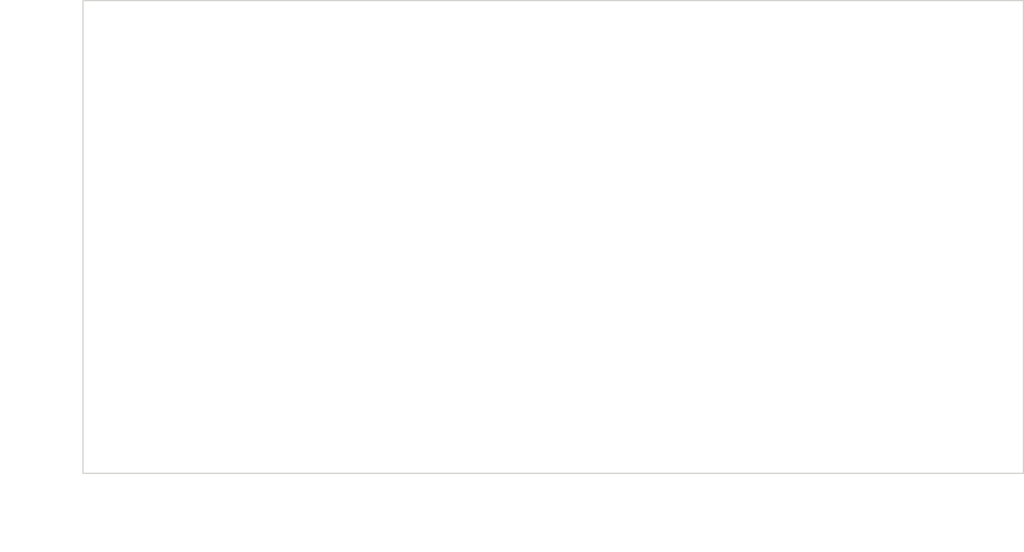
<source format=kicad_pcb>
(kicad_pcb (version 20171130) (host pcbnew "(5.1.0)-1")

  (general
    (thickness 1.6)
    (drawings 16)
    (tracks 0)
    (zones 0)
    (modules 0)
    (nets 1)
  )

  (page A4)
  (layers
    (0 F.Cu signal)
    (31 B.Cu signal)
    (32 B.Adhes user)
    (33 F.Adhes user)
    (34 B.Paste user)
    (35 F.Paste user)
    (36 B.SilkS user)
    (37 F.SilkS user)
    (38 B.Mask user)
    (39 F.Mask user)
    (40 Dwgs.User user)
    (41 Cmts.User user)
    (42 Eco1.User user)
    (43 Eco2.User user)
    (44 Edge.Cuts user)
    (45 Margin user)
    (46 B.CrtYd user)
    (47 F.CrtYd user)
    (48 B.Fab user)
    (49 F.Fab user)
  )

  (setup
    (last_trace_width 0.25)
    (trace_clearance 0.2)
    (zone_clearance 0.508)
    (zone_45_only no)
    (trace_min 0.2)
    (via_size 0.8)
    (via_drill 0.4)
    (via_min_size 0.4)
    (via_min_drill 0.3)
    (uvia_size 0.3)
    (uvia_drill 0.1)
    (uvias_allowed no)
    (uvia_min_size 0.2)
    (uvia_min_drill 0.1)
    (edge_width 0.05)
    (segment_width 0.2)
    (pcb_text_width 0.3)
    (pcb_text_size 1.5 1.5)
    (mod_edge_width 0.12)
    (mod_text_size 1 1)
    (mod_text_width 0.15)
    (pad_size 1.524 1.524)
    (pad_drill 0.762)
    (pad_to_mask_clearance 0.051)
    (solder_mask_min_width 0.25)
    (aux_axis_origin 0 0)
    (visible_elements FFFFFF7F)
    (pcbplotparams
      (layerselection 0x010fc_ffffffff)
      (usegerberextensions false)
      (usegerberattributes false)
      (usegerberadvancedattributes false)
      (creategerberjobfile false)
      (excludeedgelayer true)
      (linewidth 0.152400)
      (plotframeref false)
      (viasonmask false)
      (mode 1)
      (useauxorigin false)
      (hpglpennumber 1)
      (hpglpenspeed 20)
      (hpglpendiameter 15.000000)
      (psnegative false)
      (psa4output false)
      (plotreference true)
      (plotvalue true)
      (plotinvisibletext false)
      (padsonsilk false)
      (subtractmaskfromsilk false)
      (outputformat 1)
      (mirror false)
      (drillshape 1)
      (scaleselection 1)
      (outputdirectory ""))
  )

  (net 0 "")

  (net_class Default "This is the default net class."
    (clearance 0.2)
    (trace_width 0.25)
    (via_dia 0.8)
    (via_drill 0.4)
    (uvia_dia 0.3)
    (uvia_drill 0.1)
  )

  (gr_line (start 62.936091 63.18635) (end 62.936091 143.18635) (layer Edge.Cuts) (width 0.2))
  (gr_line (start 62.936091 143.18635) (end 221.936091 143.18635) (layer Edge.Cuts) (width 0.2))
  (gr_line (start 221.936091 143.18635) (end 221.936091 63.18635) (layer Edge.Cuts) (width 0.2))
  (gr_line (start 221.936091 63.18635) (end 62.936091 63.18635) (layer Edge.Cuts) (width 0.2))
  (gr_text [3.15] (at 52.936091 92.575812) (layer Dwgs.User)
    (effects (font (size 1.7 1.53) (thickness 0.2125)))
  )
  (gr_text " 80.00" (at 52.936091 89.018376) (layer Dwgs.User)
    (effects (font (size 1.7 1.53) (thickness 0.2125)))
  )
  (gr_line (start 52.936091 141.18635) (end 52.936091 94.243786) (layer Dwgs.User) (width 0.2))
  (gr_line (start 52.936091 65.18635) (end 52.936091 87.128915) (layer Dwgs.User) (width 0.2))
  (gr_line (start 61.936091 143.18635) (end 49.761091 143.18635) (layer Dwgs.User) (width 0.2))
  (gr_line (start 61.936091 63.18635) (end 49.761091 63.18635) (layer Dwgs.User) (width 0.2))
  (gr_text [6.26] (at 142.436091 155.075812) (layer Dwgs.User)
    (effects (font (size 1.7 1.53) (thickness 0.2125)))
  )
  (gr_text " 159.00" (at 142.436091 151.518376) (layer Dwgs.User)
    (effects (font (size 1.7 1.53) (thickness 0.2125)))
  )
  (gr_line (start 219.936091 153.18635) (end 147.141105 153.18635) (layer Dwgs.User) (width 0.2))
  (gr_line (start 64.936091 153.18635) (end 137.731078 153.18635) (layer Dwgs.User) (width 0.2))
  (gr_line (start 221.936091 144.18635) (end 221.936091 156.36135) (layer Dwgs.User) (width 0.2))
  (gr_line (start 62.936091 144.18635) (end 62.936091 156.36135) (layer Dwgs.User) (width 0.2))

)

</source>
